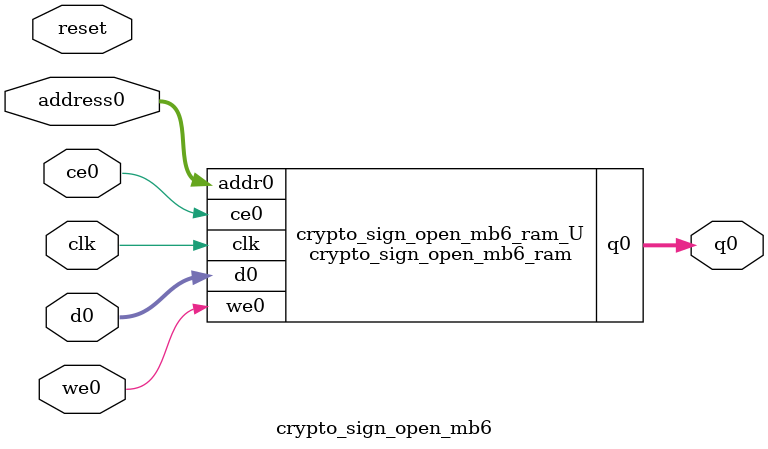
<source format=v>

`timescale 1 ns / 1 ps
module crypto_sign_open_mb6_ram (addr0, ce0, d0, we0, q0,  clk);

parameter DWIDTH = 32;
parameter AWIDTH = 10;
parameter MEM_SIZE = 1024;

input[AWIDTH-1:0] addr0;
input ce0;
input[DWIDTH-1:0] d0;
input we0;
output reg[DWIDTH-1:0] q0;
input clk;

(* ram_style = "block" *)reg [DWIDTH-1:0] ram[0:MEM_SIZE-1];




always @(posedge clk)  
begin 
    if (ce0) 
    begin
        if (we0) 
        begin 
            ram[addr0] <= d0; 
            q0 <= d0;
        end 
        else 
            q0 <= ram[addr0];
    end
end


endmodule


`timescale 1 ns / 1 ps
module crypto_sign_open_mb6(
    reset,
    clk,
    address0,
    ce0,
    we0,
    d0,
    q0);

parameter DataWidth = 32'd32;
parameter AddressRange = 32'd1024;
parameter AddressWidth = 32'd10;
input reset;
input clk;
input[AddressWidth - 1:0] address0;
input ce0;
input we0;
input[DataWidth - 1:0] d0;
output[DataWidth - 1:0] q0;



crypto_sign_open_mb6_ram crypto_sign_open_mb6_ram_U(
    .clk( clk ),
    .addr0( address0 ),
    .ce0( ce0 ),
    .we0( we0 ),
    .d0( d0 ),
    .q0( q0 ));

endmodule


</source>
